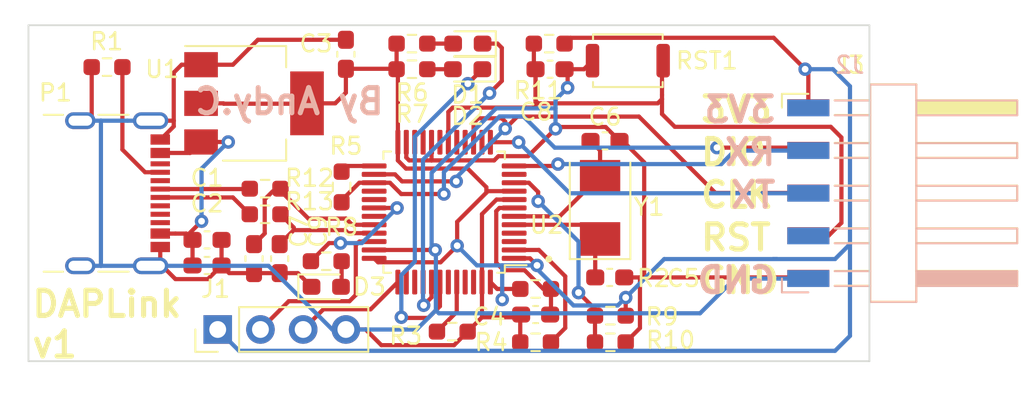
<source format=kicad_pcb>
(kicad_pcb (version 20221018) (generator pcbnew)
  (layers (0 "F.Cu" signal) (31 "B.Cu" signal) (34 "B.Paste" user) (35 "F.Paste" user) (36 "B.SilkS" user "B.Silkscreen") (37 "F.SilkS" user "F.Silkscreen") (38 "B.Mask" user) (39 "F.Mask" user) (44 "Edge.Cuts" user))
  (net 0 "")
  (net 1 "+5V")
  (net 2 "GND")
  (net 3 "+3.3V")
  (net 4 "/IF_RST")
  (net 5 "/OSCIN")
  (net 6 "/OSCOUT")
  (net 7 "/PA11")
  (net 8 "/TGT_RST")
  (net 9 "/PA12")
  (net 10 "/PB5")
  (net 11 "Net-(D1-A)")
  (net 12 "/PB6")
  (net 13 "Net-(D2-A)")
  (net 14 "Net-(D3-A)")
  (net 15 "/IF_SWDIO")
  (net 16 "/IF_SWCLK")
  (net 17 "/TGT_RX")
  (net 18 "/TGT_TX")
  (net 20 "/TGT_SWDIO")
  (net 21 "/TGT_SWCLK")
  (net 22 "Net-(P1-CC)")
  (net 23 "/D+")
  (net 24 "/D-")
  (net 26 "Net-(U2-BOOT0)")
  (net 27 "Net-(U2-PC13)")
  (net 28 "Net-(U2-PB12)")
  (net 29 "/PA9")
  (net 30 "/PA0")
  (net 42 "/TGT_SW0")
  (footprint "Resistor_SMD:R_0603_1608Metric_Pad0.98x0.95mm_HandSolder" (layer "F.Cu") (at 114.0695 111.252 180)
    (fp_text reference "R13")
    (fp_text value "33")
  )
  (footprint "Capacitor_SMD:C_0603_1608Metric_Pad1.08x0.95mm_HandSolder" (layer "F.Cu") (at 131.0105 102.616)
    (fp_text reference "C8")
    (fp_text value "10nF")
  )
  (footprint "Connector_PinHeader_2.54mm:PinHeader_1x04_P2.54mm_Vertical" (layer "F.Cu") (at 111.252 118.11 90)
    (fp_text reference "J1")
    (fp_text value "Conn_01x04")
  )
  (footprint "Resistor_SMD:R_0603_1608Metric_Pad0.98x0.95mm_HandSolder" (layer "F.Cu") (at 118.618 109.6245 90)
    (fp_text reference "R5")
    (fp_text value "4K7")
  )
  (footprint "Connector_Harwin:Harwin_M20-89005xx_1x05_P2.54mm_Horizontal" (layer "F.Cu") (at 151.892 109.982)
    (fp_text reference "J3")
    (fp_text value "Conn_01x05")
  )
  (footprint "Capacitor_SMD:C_0603_1608Metric_Pad1.08x0.95mm_HandSolder" (layer "F.Cu") (at 110.617 112.776)
    (fp_text reference "C1")
    (fp_text value "10nF")
  )
  (footprint "Capacitor_SMD:C_0603_1608Metric_Pad1.08x0.95mm_HandSolder" (layer "F.Cu") (at 114.935 113.8925 -90)
    (fp_text reference "C9")
    (fp_text value "18pF")
  )
  (footprint "Package_QFP:LQFP-48_7x7mm_P0.5mm" (layer "F.Cu") (at 124.714 111.125 180)
    (fp_text reference "U2")
    (fp_text value "STM32F103CBTx")
  )
  (footprint "Resistor_SMD:R_0603_1608Metric_Pad0.98x0.95mm_HandSolder" (layer "F.Cu") (at 104.6715 102.489 180)
    (fp_text reference "R1")
    (fp_text value "10K")
  )
  (footprint "LED_SMD:LED_0603_1608Metric_Pad1.05x0.95mm_HandSolder" (layer "F.Cu") (at 117.7055 115.57)
    (fp_text reference "D3")
    (fp_text value "LEDR")
  )
  (footprint "Package_TO_SOT_SMD:SOT-223-3_TabPin2" (layer "F.Cu") (at 113.411 104.648)
    (fp_text reference "U1")
    (fp_text value "AMS1117-3.3")
  )
  (footprint "Resistor_SMD:R_0603_1608Metric_Pad0.98x0.95mm_HandSolder" (layer "F.Cu") (at 130.9605 101.092 180)
    (fp_text reference "R11")
    (fp_text value "10K")
  )
  (footprint "Capacitor_SMD:C_0603_1608Metric_Pad1.08x0.95mm_HandSolder" (layer "F.Cu") (at 130.1545 117.221 180)
    (fp_text reference "C4")
    (fp_text value "10nF")
  )
  (footprint "LED_SMD:LED_0603_1608Metric_Pad1.05x0.95mm_HandSolder" (layer "F.Cu") (at 126.111 102.616 180)
    (fp_text reference "D2")
    (fp_text value "LEDG")
  )
  (footprint "LED_SMD:LED_0603_1608Metric_Pad1.05x0.95mm_HandSolder" (layer "F.Cu") (at 126.125 101.092 180)
    (fp_text reference "D1")
    (fp_text value "LEDB")
  )
  (footprint "Resistor_SMD:R_0603_1608Metric_Pad0.98x0.95mm_HandSolder" (layer "F.Cu") (at 134.5965 117.288 180)
    (fp_text reference "R9")
    (fp_text value "4K7")
  )
  (footprint "Crystal:Crystal_SMD_5032-2Pin_5.0x3.2mm" (layer "F.Cu") (at 133.985 110.871 90)
    (fp_text reference "Y1")
    (fp_text value "8MHz")
  )
  (footprint "Resistor_SMD:R_0603_1608Metric_Pad0.98x0.95mm_HandSolder" (layer "F.Cu") (at 130.1515 118.872)
    (fp_text reference "R4")
    (fp_text value "10K")
  )
  (footprint "Resistor_SMD:R_0603_1608Metric_Pad0.98x0.95mm_HandSolder" (layer "F.Cu") (at 122.7995 102.616)
    (fp_text reference "R7")
    (fp_text value "1K5")
  )
  (footprint "Capacitor_SMD:C_0603_1608Metric_Pad1.08x0.95mm_HandSolder" (layer "F.Cu") (at 118.872 101.727 90)
    (fp_text reference "C3")
    (fp_text value "10uF")
  )
  (footprint "Resistor_SMD:R_0603_1608Metric_Pad0.98x0.95mm_HandSolder" (layer "F.Cu") (at 130.1545 115.697)
    (fp_text reference "R2")
    (fp_text value "10K")
  )
  (footprint "Button_Switch_SMD:SW_Push_SPST_NO_Alps_SKRK" (layer "F.Cu") (at 135.636 102.108 180)
    (fp_text reference "RST1")
    (fp_text value "RST")
  )
  (footprint "Capacitor_SMD:C_0603_1608Metric_Pad1.08x0.95mm_HandSolder" (layer "F.Cu") (at 134.279 106.882)
    (fp_text reference "C6")
    (fp_text value "8pF")
  )
  (footprint "Capacitor_SMD:C_0603_1608Metric_Pad1.08x0.95mm_HandSolder" (layer "F.Cu") (at 113.411 113.8925 -90)
    (fp_text reference "C7")
    (fp_text value "18pF")
  )
  (footprint "Resistor_SMD:R_0603_1608Metric_Pad0.98x0.95mm_HandSolder" (layer "F.Cu") (at 125.1985 118.237 180)
    (fp_text reference "R3")
    (fp_text value "10K")
  )
  (footprint "Capacitor_SMD:C_0603_1608Metric_Pad1.08x0.95mm_HandSolder" (layer "F.Cu") (at 110.617 114.3)
    (fp_text reference "C2")
    (fp_text value "10uF")
  )
  (footprint "Capacitor_SMD:C_0603_1608Metric_Pad1.08x0.95mm_HandSolder" (layer "F.Cu") (at 134.5595 115.01)
    (fp_text reference "C5")
    (fp_text value "8pF")
  )
  (footprint "Resistor_SMD:R_0603_1608Metric_Pad0.98x0.95mm_HandSolder" (layer "F.Cu") (at 122.7995 101.092)
    (fp_text reference "R6")
    (fp_text value "1K5")
  )
  (footprint "Resistor_SMD:R_0603_1608Metric_Pad0.98x0.95mm_HandSolder" (layer "F.Cu") (at 114.0695 109.728 180)
    (fp_text reference "R12")
    (fp_text value "33")
  )
  (footprint "Connector_USB:USB_C_Receptacle_GCT_USB4105-xx-A_16P_TopMnt_Horizontal" (layer "F.Cu") (at 104.155 110 -90)
    (fp_text reference "P1")
    (fp_text value "USB_C_Plug_USB2.0")
  )
  (footprint "Resistor_SMD:R_0603_1608Metric_Pad0.98x0.95mm_HandSolder" (layer "F.Cu") (at 134.5965 118.872)
    (fp_text reference "R10")
    (fp_text value "4K7")
  )
  (footprint "Resistor_SMD:R_0603_1608Metric_Pad0.98x0.95mm_HandSolder" (layer "F.Cu") (at 117.7055 114.046)
    (fp_text reference "R8")
    (fp_text value "470")
  )
  (footprint "Connector_Harwin:Harwin_M20-89005xx_1x05_P2.54mm_Horizontal" (layer "B.Cu") (at 151.892 110)
    (fp_text reference "J2")
    (fp_text value "Conn_01x05")
  )
  (gr_circle (center 130.937 113.919) (end 131.064 113.919) (stroke (width 0.15)) (fill solid) (layer "F.SilkS"))
  (gr_line (start 100 120) (end 150 120) (stroke (width 0.1)) (layer "Edge.Cuts"))
  (gr_line (start 150 120) (end 150 100) (stroke (width 0.1)) (layer "Edge.Cuts"))
  (gr_line (start 100 100) (end 100 120) (stroke (width 0.1)) (layer "Edge.Cuts"))
  (gr_line (start 150 100) (end 100 100) (stroke (width 0.1)) (layer "Edge.Cuts"))
  (gr_text "GND" (at 144.569856 116.06) (layer "B.SilkS") (effects (font (size 1.5 1.5) (thickness 0.3) bold) (justify left bottom mirror)))
  (gr_text "TX" (at 144.569856 110.98) (layer "B.SilkS") (effects (font (size 1.5 1.5) (thickness 0.3) bold) (justify left bottom mirror)))
  (gr_text "3V3" (at 144.569856 105.9) (layer "B.SilkS") (effects (font (size 1.5 1.5) (thickness 0.3) bold) (justify left bottom mirror)))
  (gr_text "RX" (at 144.569856 108.44) (layer "B.SilkS") (effects (font (size 1.5 1.5) (thickness 0.3) bold) (justify left bottom mirror)))
  (gr_text "By Andy.C" (at 121.285 105.41) (layer "B.SilkS") (effects (font (size 1.5 1.5) (thickness 0.3) bold) (justify left bottom mirror)))
  (gr_text "CLK" (at 139.827 110.98) (layer "F.SilkS") (effects (font (size 1.5 1.5) (thickness 0.3) bold) (justify left bottom)))
  (gr_text "DAPLink\nv1" (at 100.076 119.888) (layer "F.SilkS") (effects (font (size 1.5 1.5) (thickness 0.3) bold) (justify left bottom)))
  (gr_text "DIO" (at 139.827 108.44) (layer "F.SilkS") (effects (font (size 1.5 1.5) (thickness 0.3) bold) (justify left bottom)))
  (gr_text "RST" (at 139.827 113.52) (layer "F.SilkS") (effects (font (size 1.5 1.5) (thickness 0.3) bold) (justify left bottom)))
  (gr_text "GND" (at 139.827 116.06) (layer "F.SilkS") (effects (font (size 1.5 1.5) (thickness 0.3) bold) (justify left bottom)))
  (gr_text "3V3" (at 139.827 105.9) (layer "F.SilkS") (effects (font (size 1.5 1.5) (thickness 0.3) bold) (justify left bottom)))
  (segment (start 107.835 107.6) (end 109.609 107.6) (width 0.25) (layer "F.Cu") (net 1))
  (segment (start 107.835 112.4) (end 108.7369 112.4) (width 0.25) (layer "F.Cu") (net 1))
  (segment (start 109.4666 112.488) (end 110.2902 111.6644) (width 0.25) (layer "F.Cu") (net 1))
  (segment (start 109.4666 112.488) (end 109.7545 112.776) (width 0.25) (layer "F.Cu") (net 1))
  (segment (start 108.7369 112.4) (end 109.3785 112.4) (width 0.25) (layer "F.Cu") (net 1))
  (segment (start 109.609 107.6) (end 110.261 106.948) (width 0.25) (layer "F.Cu") (net 1))
  (segment (start 109.3785 112.4) (end 109.4666 112.488) (width 0.25) (layer "F.Cu") (net 1))
  (segment (start 109.7545 114.3) (end 109.7545 112.776) (width 0.25) (layer "F.Cu") (net 1))
  (segment (start 110.261 106.948) (end 111.8775 106.948) (width 0.25) (layer "F.Cu") (net 1))
  (via (at 110.2902 111.6644) (size 0.8) (drill 0.4) (layers "F.Cu" "B.Cu") (net 1))
  (via (at 111.8775 106.948) (size 0.8) (drill 0.4) (layers "F.Cu" "B.Cu") (net 1))
  (segment (start 111.8775 106.948) (end 110.2902 108.5353) (width 0.25) (layer "B.Cu") (net 1))
  (segment (start 110.2902 108.5353) (end 110.2902 111.6644) (width 0.25) (layer "B.Cu") (net 1))
  (segment (start 123.964 108.045) (end 123.964 106.9625) (width 0.25) (layer "F.Cu") (net 2))
  (segment (start 126.964 117.384) (end 126.964 115.2875) (width 0.25) (layer "F.Cu") (net 2))
  (segment (start 123.964 108.045) (end 122.6351 108.045) (width 0.25) (layer "F.Cu") (net 2))
  (segment (start 131.3359 106.1637) (end 131.4444 106.0552) (width 0.25) (layer "F.Cu") (net 2))
  (segment (start 103.08 105.68) (end 103.6498 105.68) (width 0.25) (layer "F.Cu") (net 2))
  (segment (start 108.6369 105.68) (end 108.6369 106.0225) (width 0.25) (layer "F.Cu") (net 2))
  (segment (start 127.6877 108.045) (end 123.964 108.045) (width 0.25) (layer "F.Cu") (net 2))
  (segment (start 136.3566 115.01) (end 135.422 115.01) (width 0.25) (layer "F.Cu") (net 2))
  (segment (start 103.759 105.5708) (end 103.759 102.489) (width 0.25) (layer "F.Cu") (net 2))
  (segment (start 129.239 117.384) (end 129.239 117.274) (width 0.25) (layer "F.Cu") (net 2))
  (segment (start 125.3045 119.0435) (end 126.111 118.237) (width 0.25) (layer "F.Cu") (net 2))
  (segment (start 136.6089 108.1609) (end 135.33 106.882) (width 0.25) (layer "F.Cu") (net 2))
  (segment (start 110.6681 115.1114) (end 111.4795 114.3) (width 0.25) (layer "F.Cu") (net 2))
  (segment (start 136.6089 115.01) (end 146.315 115.01) (width 0.25) (layer "F.Cu") (net 2))
  (segment (start 103.6498 105.68) (end 103.759 105.5708) (width 0.25) (layer "F.Cu") (net 2))
  (segment (start 108.6369 106.0225) (end 107.8594 106.8) (width 0.25) (layer "F.Cu") (net 2))
  (segment (start 146.315 115.01) (end 146.367 115.062) (width 0.25) (layer "F.Cu") (net 2))
  (segment (start 122.6351 108.045) (end 122.464 107.8739) (width 0.25) (layer "F.Cu") (net 2))
  (segment (start 129.706 107.7936) (end 127.9391 107.7936) (width 0.25) (layer "F.Cu") (net 2))
  (segment (start 136.3566 118.0244) (end 135.509 118.872) (width 0.25) (layer "F.Cu") (net 2))
  (segment (start 127.8301 110.375) (end 128.8765 110.375) (width 0.25) (layer "F.Cu") (net 2))
  (segment (start 111.9345 114.755) (end 113.411 114.755) (width 0.25) (layer "F.Cu") (net 2))
  (segment (start 107.8594 106.8) (end 107.835 106.8) (width 0.25) (layer "F.Cu") (net 2))
  (segment (start 118.872 118.11) (end 120.0489 118.11) (width 0.25) (layer "F.Cu") (net 2))
  (segment (start 113.6385 100.8645) (end 112.155 102.348) (width 0.25) (layer "F.Cu") (net 2))
  (segment (start 126.964 111.2411) (end 127.8301 110.375) (width 0.25) (layer "F.Cu") (net 2))
  (segment (start 134.3147 106.0552) (end 135.1415 106.882) (width 0.25) (layer "F.Cu") (net 2))
  (segment (start 132.0564 102.616) (end 132.0564 103.7155) (width 0.25) (layer "F.Cu") (net 2))
  (segment (start 107.26 114.32) (end 107.6918 114.32) (width 0.25) (layer "F.Cu") (net 2))
  (segment (start 107.835 114.1768) (end 107.835 113.2) (width 0.25) (layer "F.Cu") (net 2))
  (segment (start 129.239 117.274) (end 129.292 117.221) (width 0.25) (layer "F.Cu") (net 2))
  (segment (start 107.6918 114.32) (end 107.9485 114.32) (width 0.25) (layer "F.Cu") (net 2))
  (segment (start 120.0489 118.11) (end 120.9824 119.0435) (width 0.25) (layer "F.Cu") (net 2))
  (segment (start 110.261 102.348) (end 109.107 102.348) (width 0.25) (layer "F.Cu") (net 2))
  (segment (start 111.4795 114.3) (end 111.4795 112.776) (width 0.25) (layer "F.Cu") (net 2))
  (segment (start 136.6089 115.01) (end 136.6089 108.1609) (width 0.25) (layer "F.Cu") (net 2))
  (segment (start 107.26 105.68) (end 108.6369 105.68) (width 0.25) (layer "F.Cu") (net 2))
  (segment (start 131.4444 106.0552) (end 134.3147 106.0552) (width 0.25) (layer "F.Cu") (net 2))
  (segment (start 116.0155 114.755) (end 114.935 114.755) (width 0.25) (layer "F.Cu") (net 2))
  (segment (start 136.3566 115.01) (end 136.3566 118.0244) (width 0.25) (layer "F.Cu") (net 2))
  (segment (start 108.6369 102.8181) (end 108.6369 105.68) (width 0.25) (layer "F.Cu") (net 2))
  (segment (start 120.9824 119.0435) (end 125.3045 119.0435) (width 0.25) (layer "F.Cu") (net 2))
  (segment (start 109.107 102.348) (end 108.6369 102.8181) (width 0.25) (layer "F.Cu") (net 2))
  (segment (start 107.9485 114.32) (end 108.7399 115.1114) (width 0.25) (layer "F.Cu") (net 2))
  (segment (start 120.5515 113.375) (end 124.1836 113.375) (width 0.25) (layer "F.Cu") (net 2))
  (segment (start 111.4795 114.3) (end 111.9345 114.755) (width 0.25) (layer "F.Cu") (net 2))
  (segment (start 118.872 100.8645) (end 113.6385 100.8645) (width 0.25) (layer "F.Cu") (net 2))
  (segment (start 131.3359 106.1637) (end 129.706 107.7936) (width 0.25) (layer "F.Cu") (net 2))
  (segment (start 132.0564 102.616) (end 131.873 102.616) (width 0.25) (layer "F.Cu") (net 2))
  (segment (start 126.964 117.384) (end 129.239 117.384) (width 0.25) (layer "F.Cu") (net 2))
  (segment (start 108.7399 115.1114) (end 110.6681 115.1114) (width 0.25) (layer "F.Cu") (net 2))
  (segment (start 116.8305 115.57) (end 116.0155 114.755) (width 0.25) (layer "F.Cu") (net 2))
  (segment (start 135.33 106.882) (end 135.1415 106.882) (width 0.25) (layer "F.Cu") (net 2))
  (segment (start 126.111 118.237) (end 126.964 117.384) (width 0.25) (layer "F.Cu") (net 2))
  (segment (start 113.411 114.755) (end 114.935 114.755) (width 0.25) (layer "F.Cu") (net 2))
  (segment (start 129.239 118.872) (end 129.239 117.384) (width 0.25) (layer "F.Cu") (net 2))
  (segment (start 136.6089 115.01) (end 136.3566 115.01) (width 0.25) (layer "F.Cu") (net 2))
  (segment (start 126.964 115.2875) (end 126.964 111.2411) (width 0.25) (layer "F.Cu") (net 2))
  (segment (start 122.464 107.8739) (end 122.464 106.9625) (width 0.25) (layer "F.Cu") (net 2))
  (segment (start 112.155 102.348) (end 110.261 102.348) (width 0.25) (layer "F.Cu") (net 2))
  (segment (start 107.6918 114.32) (end 107.835 114.1768) (width 0.25) (layer "F.Cu") (net 2))
  (segment (start 133.536 102.108) (end 133.028 102.616) (width 0.25) (layer "F.Cu") (net 2))
  (segment (start 133.028 102.616) (end 132.0564 102.616) (width 0.25) (layer "F.Cu") (net 2))
  (segment (start 127.9391 107.7936) (end 127.6877 108.045) (width 0.25) (layer "F.Cu") (net 2))
  (via (at 124.1836 113.375) (size 0.8) (drill 0.4) (layers "F.Cu" "B.Cu") (net 2))
  (via (at 131.3359 106.1637) (size 0.8) (drill 0.4) (layers "F.Cu" "B.Cu") (net 2))
  (via (at 132.0564 103.7155) (size 0.8) (drill 0.4) (layers "F.Cu" "B.Cu") (net 2))
  (segment (start 124.4017 117.1458) (end 124.2227 116.9668) (width 0.25) (layer "B.Cu") (net 2))
  (segment (start 107.26 114.32) (end 104.3069 114.32) (width 0.25) (layer "B.Cu") (net 2))
  (segment (start 118.872 118.11) (end 118.0609 118.11) (width 0.25) (layer "B.Cu") (net 2))
  (segment (start 146.367 115.08) (end 141.9961 115.08) (width 0.25) (layer "B.Cu") (net 2))
  (segment (start 104.3069 105.68) (end 105.8831 105.68) (width 0.25) (layer "B.Cu") (net 2))
  (segment (start 107.26 105.68) (end 105.8831 105.68) (width 0.25) (layer "B.Cu") (net 2))
  (segment (start 118.0609 118.11) (end 114.2709 114.32) (width 0.25) (layer "B.Cu") (net 2))
  (segment (start 124.2227 113.4141) (end 124.1836 113.375) (width 0.25) (layer "B.Cu") (net 2))
  (segment (start 104.3069 114.32) (end 103.08 114.32) (width 0.25) (layer "B.Cu") (net 2))
  (segment (start 131.3359 104.9448) (end 127.8064 104.9448) (width 0.25) (layer "B.Cu") (net 2))
  (segment (start 120.0489 118.11) (end 123.0795 118.11) (width 0.25) (layer "B.Cu") (net 2))
  (segment (start 123.9702 108.781) (end 123.9702 113.1616) (width 0.25) (layer "B.Cu") (net 2))
  (segment (start 118.872 118.11) (end 120.0489 118.11) (width 0.25) (layer "B.Cu") (net 2))
  (segment (start 127.8064 104.9448) (end 123.9702 108.781) (width 0.25) (layer "B.Cu") (net 2))
  (segment (start 103.08 105.68) (end 104.3069 105.68) (width 0.25) (layer "B.Cu") (net 2))
  (segment (start 132.0564 103.7155) (end 131.3359 104.436) (width 0.25) (layer "B.Cu") (net 2))
  (segment (start 104.3069 114.32) (end 104.3069 105.68) (width 0.25) (layer "B.Cu") (net 2))
  (segment (start 114.2709 114.32) (end 107.26 114.32) (width 0.25) (layer "B.Cu") (net 2))
  (segment (start 141.9961 115.08) (end 139.9303 117.1458) (width 0.25) (layer "B.Cu") (net 2))
  (segment (start 123.9702 113.1616) (end 124.1836 113.375) (width 0.25) (layer "B.Cu") (net 2))
  (segment (start 139.9303 117.1458) (end 124.4017 117.1458) (width 0.25) (layer "B.Cu") (net 2))
  (segment (start 131.3359 104.9448) (end 131.3359 106.1637) (width 0.25) (layer "B.Cu") (net 2))
  (segment (start 131.3359 104.436) (end 131.3359 104.9448) (width 0.25) (layer "B.Cu") (net 2))
  (segment (start 123.0795 118.11) (end 124.2227 116.9668) (width 0.25) (layer "B.Cu") (net 2))
  (segment (start 124.2227 116.9668) (end 124.2227 113.4141) (width 0.25) (layer "B.Cu") (net 2))
  (segment (start 124.5028 114.1088) (end 125.4886 113.123) (width 0.25) (layer "F.Cu") (net 3))
  (segment (start 127.3132 109.875) (end 127.2243 109.9639) (width 0.25) (layer "F.Cu") (net 3))
  (segment (start 128.1659 115.697) (end 129.242 115.697) (width 0.25) (layer "F.Cu") (net 3))
  (segment (start 146.367 102.806) (end 146.177 102.616) (width 0.25) (layer "F.Cu") (net 3))
  (segment (start 127.464 115.2875) (end 127.8735 115.697) (width 0.25) (layer "F.Cu") (net 3))
  (segment (start 128.1659 115.697) (end 128.1659 116.3288) (width 0.25) (layer "F.Cu") (net 3))
  (segment (start 146.367 104.902) (end 146.367 102.806) (width 0.25) (layer "F.Cu") (net 3))
  (segment (start 118.872 102.5895) (end 118.872 104.013) (width 0.25) (layer "F.Cu") (net 3))
  (segment (start 121.887 102.616) (end 121.964 102.693) (width 0.25) (layer "F.Cu") (net 3))
  (segment (start 146.177 102.616) (end 144.3066 100.7456) (width 0.25) (layer "F.Cu") (net 3))
  (segment (start 132.2194 100.7456) (end 131.873 101.092) (width 0.25) (layer "F.Cu") (net 3))
  (segment (start 118.872 104.013) (end 118.237 104.648) (width 0.25) (layer "F.Cu") (net 3))
  (segment (start 135.509 116.2087) (end 135.509 117.288) (width 0.25) (layer "F.Cu") (net 3))
  (segment (start 121.887 102.5895) (end 121.887 102.616) (width 0.25) (layer "F.Cu") (net 3))
  (segment (start 120.5515 113.875) (end 120.7853 114.1088) (width 0.25) (layer "F.Cu") (net 3))
  (segment (start 122.4469 108.531) (end 126.1147 108.531) (width 0.25) (layer "F.Cu") (net 3))
  (segment (start 121.887 101.092) (end 121.887 102.5895) (width 0.25) (layer "F.Cu") (net 3))
  (segment (start 127.2243 109.6406) (end 127.2243 109.9639) (width 0.25) (layer "F.Cu") (net 3))
  (segment (start 120.7853 114.1088) (end 124.5028 114.1088) (width 0.25) (layer "F.Cu") (net 3))
  (segment (start 121.887 102.5895) (end 118.872 102.5895) (width 0.25) (layer "F.Cu") (net 3))
  (segment (start 128.8765 109.875) (end 127.3132 109.875) (width 0.25) (layer "F.Cu") (net 3))
  (segment (start 144.3066 100.7456) (end 132.2194 100.7456) (width 0.25) (layer "F.Cu") (net 3))
  (segment (start 121.964 106.9625) (end 121.964 108.0481) (width 0.25) (layer "F.Cu") (net 3))
  (segment (start 130.2353 114.2936) (end 129.8167 113.875) (width 0.25) (layer "F.Cu") (net 3))
  (segment (start 127.8735 115.697) (end 128.1659 115.697) (width 0.25) (layer "F.Cu") (net 3))
  (segment (start 118.237 104.648) (end 116.561 104.648) (width 0.25) (layer "F.Cu") (net 3))
  (segment (start 110.261 104.648) (end 111.5879 104.648) (width 0.25) (layer "F.Cu") (net 3))
  (segment (start 125.4886 111.6996) (end 127.2243 109.9639) (width 0.25) (layer "F.Cu") (net 3))
  (segment (start 121.964 108.0481) (end 122.4469 108.531) (width 0.25) (layer "F.Cu") (net 3))
  (segment (start 111.6091 104.6692) (end 111.5879 104.648) (width 0.25) (layer "F.Cu") (net 3))
  (segment (start 116.561 104.6692) (end 111.6091 104.6692) (width 0.25) (layer "F.Cu") (net 3))
  (segment (start 121.964 102.693) (end 121.964 106.9625) (width 0.25) (layer "F.Cu") (net 3))
  (segment (start 116.561 104.648) (end 116.561 104.6692) (width 0.25) (layer "F.Cu") (net 3))
  (segment (start 146.367 104.902) (end 146.349 104.92) (width 0.25) (layer "F.Cu") (net 3))
  (segment (start 125.4886 113.123) (end 125.4886 111.6996) (width 0.25) (layer "F.Cu") (net 3))
  (segment (start 126.1147 108.531) (end 127.2243 109.6406) (width 0.25) (layer "F.Cu") (net 3))
  (segment (start 129.8167 113.875) (end 128.8765 113.875) (width 0.25) (layer "F.Cu") (net 3))
  (via (at 125.4886 113.123) (size 0.8) (drill 0.4) (layers "F.Cu" "B.Cu") (net 3))
  (via (at 146.177 102.616) (size 0.8) (drill 0.4) (layers "F.Cu" "B.Cu") (net 3))
  (via (at 128.1659 116.3288) (size 0.8) (drill 0.4) (layers "F.Cu" "B.Cu") (net 3))
  (via (at 130.2353 114.2936) (size 0.8) (drill 0.4) (layers "F.Cu" "B.Cu") (net 3))
  (via (at 135.509 116.2087) (size 0.8) (drill 0.4) (layers "F.Cu" "B.Cu") (net 3))
  (segment (start 147.955 119.38) (end 148.844 118.491) (width 0.25) (layer "B.Cu") (net 3))
  (segment (start 144.272 113.919) (end 147.955 113.919) (width 0.25) (layer "B.Cu") (net 3))
  (segment (start 147.828 102.616) (end 148.844 103.632) (width 0.25) (layer "B.Cu") (net 3))
  (segment (start 135.0379 116.6798) (end 132.4058 116.6798) (width 0.25) (layer "B.Cu") (net 3))
  (segment (start 147.955 113.919) (end 148.844 113.03) (width 0.25) (layer "B.Cu") (net 3))
  (segment (start 111.252 118.11) (end 112.522 119.38) (width 0.25) (layer "B.Cu") (net 3))
  (segment (start 148.844 103.632) (end 148.844 113.03) (width 0.25) (layer "B.Cu") (net 3))
  (segment (start 148.844 118.491) (end 148.844 113.03) (width 0.25) (layer "B.Cu") (net 3))
  (segment (start 112.522 119.38) (end 147.955 119.38) (width 0.25) (layer "B.Cu") (net 3))
  (segment (start 132.4058 116.6798) (end 130.2353 114.5093) (width 0.25) (layer "B.Cu") (net 3))
  (segment (start 130.2353 114.2936) (end 128.1659 114.2936) (width 0.25) (layer "B.Cu") (net 3))
  (segment (start 137.7987 113.919) (end 135.509 116.2087) (width 0.25) (layer "B.Cu") (net 3))
  (segment (start 128.1659 114.2936) (end 126.6592 114.2936) (width 0.25) (layer "B.Cu") (net 3))
  (segment (start 144.5044 113.919) (end 137.7987 113.919) (width 0.25) (layer "B.Cu") (net 3))
  (segment (start 128.1659 114.2936) (end 128.1659 116.3288) (width 0.25) (layer "B.Cu") (net 3))
  (segment (start 130.2353 114.5093) (end 130.2353 114.2936) (width 0.25) (layer "B.Cu") (net 3))
  (segment (start 135.509 116.2087) (end 135.0379 116.6798) (width 0.25) (layer "B.Cu") (net 3))
  (segment (start 146.177 102.616) (end 147.828 102.616) (width 0.25) (layer "B.Cu") (net 3))
  (segment (start 126.6592 114.2936) (end 125.4886 113.123) (width 0.25) (layer "B.Cu") (net 3))
  (segment (start 131.017 117.221) (end 131.067 117.171) (width 0.25) (layer "F.Cu") (net 4))
  (segment (start 131.067 117.171) (end 131.067 115.697) (width 0.25) (layer "F.Cu") (net 4))
  (segment (start 127.8118 114.1423) (end 128.2523 114.5828) (width 0.25) (layer "F.Cu") (net 4))
  (segment (start 128.0018 110.875) (end 127.8118 111.065) (width 0.25) (layer "F.Cu") (net 4))
  (segment (start 128.8765 110.875) (end 128.0018 110.875) (width 0.25) (layer "F.Cu") (net 4))
  (segment (start 127.8118 111.065) (end 127.8118 114.1423) (width 0.25) (layer "F.Cu") (net 4))
  (segment (start 128.2523 114.5828) (end 129.4966 114.5828) (width 0.25) (layer "F.Cu") (net 4))
  (segment (start 129.4966 114.5828) (end 130.6108 115.697) (width 0.25) (layer "F.Cu") (net 4))
  (segment (start 130.6108 115.697) (end 131.067 115.697) (width 0.25) (layer "F.Cu") (net 4))
  (segment (start 133.985 112.721) (end 133.697 113.009) (width 0.25) (layer "F.Cu") (net 5))
  (segment (start 133.139 111.875) (end 128.8765 111.875) (width 0.25) (layer "F.Cu") (net 5))
  (segment (start 133.697 113.009) (end 133.697 115.01) (width 0.25) (layer "F.Cu") (net 5))
  (segment (start 133.985 112.721) (end 133.139 111.875) (width 0.25) (layer "F.Cu") (net 5))
  (segment (start 131.576 111.375) (end 128.8765 111.375) (width 0.25) (layer "F.Cu") (net 6))
  (segment (start 133.4165 106.882) (end 133.985 107.4505) (width 0.25) (layer "F.Cu") (net 6))
  (segment (start 133.985 109.021) (end 133.93 109.021) (width 0.25) (layer "F.Cu") (net 6))
  (segment (start 133.985 107.4505) (end 133.985 109.021) (width 0.25) (layer "F.Cu") (net 6))
  (segment (start 133.93 109.021) (end 131.576 111.375) (width 0.25) (layer "F.Cu") (net 6))
  (segment (start 116.6406 111.506) (end 115.0324 109.8978) (width 0.25) (layer "F.Cu") (net 7))
  (segment (start 118.872 111.506) (end 116.6406 111.506) (width 0.25) (layer "F.Cu") (net 7))
  (segment (start 114.046 110.363) (end 114.5112 109.8978) (width 0.25) (layer "F.Cu") (net 7))
  (segment (start 114.5112 109.8978) (end 115.0324 109.8978) (width 0.25) (layer "F.Cu") (net 7))
  (segment (start 114.046 112.395) (end 114.046 110.363) (width 0.25) (layer "F.Cu") (net 7))
  (segment (start 119.241 111.875) (end 118.872 111.506) (width 0.25) (layer "F.Cu") (net 7))
  (segment (start 114.982 109.8475) (end 115.0324 109.8978) (width 0.25) (layer "F.Cu") (net 7))
  (segment (start 113.411 113.03) (end 114.046 112.395) (width 0.25) (layer "F.Cu") (net 7))
  (segment (start 114.982 109.728) (end 114.982 109.8475) (width 0.25) (layer "F.Cu") (net 7))
  (segment (start 120.5515 111.875) (end 119.241 111.875) (width 0.25) (layer "F.Cu") (net 7))
  (segment (start 130.148 102.616) (end 130.048 102.516) (width 0.25) (layer "F.Cu") (net 8))
  (segment (start 148.336 111.76) (end 147.574 112.522) (width 0.25) (layer "F.Cu") (net 8))
  (segment (start 137.668 104.1423) (end 137.668 104.394) (width 0.25) (layer "F.Cu") (net 8))
  (segment (start 137.736 102.108) (end 137.668 102.176) (width 0.25) (layer "F.Cu") (net 8))
  (segment (start 138.43 106.045) (end 147.701 106.045) (width 0.25) (layer "F.Cu") (net 8))
  (segment (start 137.668 104.394) (end 137.668 105.283) (width 0.25) (layer "F.Cu") (net 8))
  (segment (start 137.668 104.394) (end 137.414 104.648) (width 0.25) (layer "F.Cu") (net 8))
  (segment (start 130.148 104.494) (end 130.148 102.8777) (width 0.25) (layer "F.Cu") (net 8))
  (segment (start 124.964 105.16) (end 124.964 106.9625) (width 0.25) (layer "F.Cu") (net 8))
  (segment (start 137.414 104.648) (end 130.302 104.648) (width 0.25) (layer "F.Cu") (net 8))
  (segment (start 130.148 102.8777) (end 130.148 104.802) (width 0.25) (layer "F.Cu") (net 8))
  (segment (start 148.336 106.68) (end 148.336 111.76) (width 0.25) (layer "F.Cu") (net 8))
  (segment (start 125.222 104.902) (end 124.964 105.16) (width 0.25) (layer "F.Cu") (net 8))
  (segment (start 130.048 102.516) (end 130.048 101.092) (width 0.25) (layer "F.Cu") (net 8))
  (segment (start 130.302 104.648) (end 130.148 104.494) (width 0.25) (layer "F.Cu") (net 8))
  (segment (start 137.668 105.283) (end 138.43 106.045) (width 0.25) (layer "F.Cu") (net 8))
  (segment (start 130.048 104.902) (end 125.222 104.902) (width 0.25) (layer "F.Cu") (net 8))
  (segment (start 147.574 112.522) (end 146.367 112.522) (width 0.25) (layer "F.Cu") (net 8))
  (segment (start 147.701 106.045) (end 148.336 106.68) (width 0.25) (layer "F.Cu") (net 8))
  (segment (start 130.148 102.8777) (end 130.148 102.616) (width 0.25) (layer "F.Cu") (net 8))
  (segment (start 130.148 104.802) (end 130.048 104.902) (width 0.25) (layer "F.Cu") (net 8))
  (segment (start 137.668 102.176) (end 137.668 104.1423) (width 0.25) (layer "F.Cu") (net 8))
  (segment (start 114.935 113.03) (end 115.7681 112.1969) (width 0.25) (layer "F.Cu") (net 9))
  (segment (start 118.8256 112.1969) (end 119.0037 112.375) (width 0.25) (layer "F.Cu") (net 9))
  (segment (start 119.0037 112.375) (end 120.5515 112.375) (width 0.25) (layer "F.Cu") (net 9))
  (segment (start 114.982 111.252) (end 115.7681 112.0381) (width 0.25) (layer "F.Cu") (net 9))
  (segment (start 115.7681 112.0381) (end 115.7681 112.1969) (width 0.25) (layer "F.Cu") (net 9))
  (segment (start 115.7681 112.1969) (end 118.8256 112.1969) (width 0.25) (layer "F.Cu") (net 9))
  (segment (start 123.4958 116.6657) (end 123.964 116.1975) (width 0.25) (layer "F.Cu") (net 10))
  (segment (start 128.143 101.346) (end 128.143 103.3143) (width 0.25) (layer "F.Cu") (net 10))
  (segment (start 123.964 116.1975) (end 123.964 115.2875) (width 0.25) (layer "F.Cu") (net 10))
  (segment (start 127 101.092) (end 127.889 101.092) (width 0.25) (layer "F.Cu") (net 10))
  (segment (start 127.889 101.092) (end 128.143 101.346) (width 0.25) (layer "F.Cu") (net 10))
  (segment (start 128.143 103.3143) (end 127.4142 104.0431) (width 0.25) (layer "F.Cu") (net 10))
  (via (at 127.4142 104.0431) (size 0.8) (drill 0.4) (layers "F.Cu" "B.Cu") (net 10))
  (via (at 123.4958 116.6657) (size 0.8) (drill 0.4) (layers "F.Cu" "B.Cu") (net 10))
  (segment (start 123.4566 116.6265) (end 123.4958 116.6657) (width 0.25) (layer "B.Cu") (net 10))
  (segment (start 127.4142 104.0431) (end 123.4566 108.0007) (width 0.25) (layer "B.Cu") (net 10))
  (segment (start 123.4566 108.0007) (end 123.4566 116.6265) (width 0.25) (layer "B.Cu") (net 10))
  (segment (start 125.25 101.092) (end 123.712 101.092) (width 0.25) (layer "F.Cu") (net 11))
  (segment (start 124.464 116.7255) (end 124.464 115.2875) (width 0.25) (layer "F.Cu") (net 12))
  (segment (start 122.1688 117.3812) (end 122.2093 117.4217) (width 0.25) (layer "F.Cu") (net 12))
  (segment (start 126.986 102.616) (end 126.123 103.479) (width 0.25) (layer "F.Cu") (net 12))
  (segment (start 122.2093 117.4217) (end 123.7678 117.4217) (width 0.25) (layer "F.Cu") (net 12))
  (segment (start 123.7678 117.4217) (end 124.464 116.7255) (width 0.25) (layer "F.Cu") (net 12))
  (via (at 122.1688 117.3812) (size 0.8) (drill 0.4) (layers "F.Cu" "B.Cu") (net 12))
  (via (at 126.123 103.479) (size 0.8) (drill 0.4) (layers "F.Cu" "B.Cu") (net 12))
  (segment (start 122.1688 114.8682) (end 122.9708 114.0662) (width 0.25) (layer "B.Cu") (net 12))
  (segment (start 122.9708 114.0662) (end 122.9708 106.6312) (width 0.25) (layer "B.Cu") (net 12))
  (segment (start 122.9708 106.6312) (end 126.123 103.479) (width 0.25) (layer "B.Cu") (net 12))
  (segment (start 122.1688 117.3812) (end 122.1688 114.8682) (width 0.25) (layer "B.Cu") (net 12))
  (segment (start 125.236 102.616) (end 123.712 102.616) (width 0.25) (layer "F.Cu") (net 13))
  (segment (start 118.5805 115.57) (end 118.618 115.5325) (width 0.25) (layer "F.Cu") (net 14))
  (segment (start 118.618 115.5325) (end 118.618 114.046) (width 0.25) (layer "F.Cu") (net 14))
  (segment (start 119.461 116.0506) (end 119.0861 116.4255) (width 0.25) (layer "F.Cu") (net 15))
  (segment (start 120.5515 112.875) (end 119.6768 112.875) (width 0.25) (layer "F.Cu") (net 15))
  (segment (start 119.6768 112.875) (end 119.461 113.0908) (width 0.25) (layer "F.Cu") (net 15))
  (segment (start 119.0861 116.4255) (end 115.4765 116.4255) (width 0.25) (layer "F.Cu") (net 15))
  (segment (start 115.4765 116.4255) (end 113.792 118.11) (width 0.25) (layer "F.Cu") (net 15))
  (segment (start 119.461 113.0908) (end 119.461 116.0506) (width 0.25) (layer "F.Cu") (net 15))
  (segment (start 120.3456 116.9059) (end 117.5361 116.9059) (width 0.25) (layer "F.Cu") (net 16))
  (segment (start 117.5361 116.9059) (end 116.332 118.11) (width 0.25) (layer "F.Cu") (net 16))
  (segment (start 121.964 115.2875) (end 120.3456 116.9059) (width 0.25) (layer "F.Cu") (net 16))
  (segment (start 131.3726 108.375) (end 131.4836 108.264) (width 0.25) (layer "F.Cu") (net 17))
  (segment (start 128.8765 108.375) (end 131.3726 108.375) (width 0.25) (layer "F.Cu") (net 17))
  (via (at 131.4836 108.264) (size 0.8) (drill 0.4) (layers "F.Cu" "B.Cu") (net 17))
  (segment (start 141.1921 108.264) (end 131.4836 108.264) (width 0.25) (layer "B.Cu") (net 17))
  (segment (start 141.9961 107.46) (end 141.1921 108.264) (width 0.25) (layer "B.Cu") (net 17))
  (segment (start 146.367 107.46) (end 141.9961 107.46) (width 0.25) (layer "B.Cu") (net 17))
  (segment (start 127.464 106.9625) (end 129.1442 106.9625) (width 0.25) (layer "F.Cu") (net 18))
  (via (at 129.1442 106.9625) (size 0.8) (drill 0.4) (layers "F.Cu" "B.Cu") (net 18))
  (segment (start 146.367 110) (end 132.1817 110) (width 0.25) (layer "B.Cu") (net 18))
  (segment (start 132.1817 110) (end 129.1442 106.9625) (width 0.25) (layer "B.Cu") (net 18))
  (segment (start 146.367 107.442) (end 146.2106 107.2856) (width 0.25) (layer "F.Cu") (net 20))
  (segment (start 119.6694 109.375) (end 120.5515 109.375) (width 0.25) (layer "F.Cu") (net 20))
  (segment (start 146.2106 107.2856) (end 140.936 107.2856) (width 0.25) (layer "F.Cu") (net 20))
  (segment (start 118.618 110.537) (end 118.618 110.4264) (width 0.25) (layer "F.Cu") (net 20))
  (segment (start 118.618 110.4264) (end 119.6694 109.375) (width 0.25) (layer "F.Cu") (net 20))
  (segment (start 122.1632 110.0453) (end 124.7006 110.0453) (width 0.25) (layer "F.Cu") (net 20))
  (segment (start 120.5515 109.375) (end 121.4929 109.375) (width 0.25) (layer "F.Cu") (net 20))
  (segment (start 121.4929 109.375) (end 122.1632 110.0453) (width 0.25) (layer "F.Cu") (net 20))
  (via (at 124.7006 110.0453) (size 0.8) (drill 0.4) (layers "F.Cu" "B.Cu") (net 20))
  (via (at 140.936 107.2856) (size 0.8) (drill 0.4) (layers "F.Cu" "B.Cu") (net 20))
  (segment (start 124.7006 108.7403) (end 128.0146 105.4263) (width 0.25) (layer "B.Cu") (net 20))
  (segment (start 128.0146 105.4263) (end 129.4316 105.4263) (width 0.25) (layer "B.Cu") (net 20))
  (segment (start 129.4316 105.4263) (end 131.2909 107.2856) (width 0.25) (layer "B.Cu") (net 20))
  (segment (start 131.2909 107.2856) (end 140.936 107.2856) (width 0.25) (layer "B.Cu") (net 20))
  (segment (start 124.7006 110.0453) (end 124.7006 108.7403) (width 0.25) (layer "B.Cu") (net 20))
  (segment (start 122.2093 109.2922) (end 125.4316 109.2922) (width 0.25) (layer "F.Cu") (net 21))
  (segment (start 126.464 105.819) (end 126.464 106.9625) (width 0.25) (layer "F.Cu") (net 21))
  (segment (start 128.143 105.537) (end 126.746 105.537) (width 0.25) (layer "F.Cu") (net 21))
  (segment (start 120.5515 108.875) (end 121.7921 108.875) (width 0.25) (layer "F.Cu") (net 21))
  (segment (start 126.746 105.537) (end 126.464 105.819) (width 0.25) (layer "F.Cu") (net 21))
  (segment (start 128.3438 106.1517) (end 128.3438 105.7378) (width 0.25) (layer "F.Cu") (net 21))
  (segment (start 136.2978 105.4368) (end 129.0587 105.4368) (width 0.25) (layer "F.Cu") (net 21))
  (segment (start 146.367 109.982) (end 140.843 109.982) (width 0.25) (layer "F.Cu") (net 21))
  (segment (start 121.7921 108.875) (end 122.2093 109.2922) (width 0.25) (layer "F.Cu") (net 21))
  (segment (start 128.3438 106.1517) (end 128.3438 106.1533) (width 0.25) (layer "F.Cu") (net 21))
  (segment (start 140.843 109.982) (end 136.2978 105.4368) (width 0.25) (layer "F.Cu") (net 21))
  (segment (start 128.3438 105.7378) (end 128.143 105.537) (width 0.25) (layer "F.Cu") (net 21))
  (segment (start 129.0587 105.4368) (end 128.3438 106.1517) (width 0.25) (layer "F.Cu") (net 21))
  (via (at 128.3438 106.1533) (size 0.8) (drill 0.4) (layers "F.Cu" "B.Cu") (net 21))
  (via (at 125.4316 109.2922) (size 0.8) (drill 0.4) (layers "F.Cu" "B.Cu") (net 21))
  (segment (start 125.4316 109.2922) (end 125.4316 109.0655) (width 0.25) (layer "B.Cu") (net 21))
  (segment (start 125.4316 109.0655) (end 128.3438 106.1533) (width 0.25) (layer "B.Cu") (net 21))
  (segment (start 107.835 108.75) (end 106.9331 108.75) (width 0.25) (layer "F.Cu") (net 22))
  (segment (start 105.584 107.4009) (end 105.584 102.489) (width 0.25) (layer "F.Cu") (net 22))
  (segment (start 106.9331 108.75) (end 105.584 107.4009) (width 0.25) (layer "F.Cu") (net 22))
  (segment (start 113.135 109.75) (end 113.157 109.728) (width 0.25) (layer "F.Cu") (net 23))
  (segment (start 107.835 109.75) (end 113.135 109.75) (width 0.25) (layer "F.Cu") (net 23))
  (segment (start 107.835 110.25) (end 112.155 110.25) (width 0.25) (layer "F.Cu") (net 24))
  (segment (start 112.155 110.25) (end 113.157 111.252) (width 0.25) (layer "F.Cu") (net 24))
  (segment (start 125.464 115.2875) (end 125.464 117.059) (width 0.25) (layer "F.Cu") (net 26))
  (segment (start 125.464 117.059) (end 124.286 118.237) (width 0.25) (layer "F.Cu") (net 26))
  (segment (start 130.3447 113.375) (end 128.8765 113.375) (width 0.25) (layer "F.Cu") (net 27))
  (segment (start 131.064 118.872) (end 131.9137 118.0223) (width 0.25) (layer "F.Cu") (net 27))
  (segment (start 131.9137 118.0223) (end 131.9137 114.944) (width 0.25) (layer "F.Cu") (net 27))
  (segment (start 131.9137 114.944) (end 130.3447 113.375) (width 0.25) (layer "F.Cu") (net 27))
  (segment (start 118.955 108.375) (end 118.618 108.712) (width 0.25) (layer "F.Cu") (net 28))
  (segment (start 120.5515 108.375) (end 118.955 108.375) (width 0.25) (layer "F.Cu") (net 28))
  (segment (start 117.8711 112.9679) (end 118.5502 112.9679) (width 0.25) (layer "F.Cu") (net 29))
  (segment (start 116.793 114.046) (end 117.8711 112.9679) (width 0.25) (layer "F.Cu") (net 29))
  (segment (start 120.5515 110.875) (end 121.9142 110.875) (width 0.25) (layer "F.Cu") (net 29))
  (via (at 121.9142 110.875) (size 0.8) (drill 0.4) (layers "F.Cu" "B.Cu") (net 29))
  (via (at 118.5502 112.9679) (size 0.8) (drill 0.4) (layers "F.Cu" "B.Cu") (net 29))
  (segment (start 119.8213 112.9679) (end 121.9142 110.875) (width 0.25) (layer "B.Cu") (net 29))
  (segment (start 118.5502 112.9679) (end 119.8213 112.9679) (width 0.25) (layer "B.Cu") (net 29))
  (segment (start 130.3022 109.9219) (end 130.3022 110.475) (width 0.25) (layer "F.Cu") (net 30))
  (segment (start 133.684 118.872) (end 133.684 117.288) (width 0.25) (layer "F.Cu") (net 30))
  (segment (start 128.8765 109.375) (end 129.7553 109.375) (width 0.25) (layer "F.Cu") (net 30))
  (segment (start 133.684 116.8962) (end 133.684 117.288) (width 0.25) (layer "F.Cu") (net 30))
  (segment (start 132.7034 115.9156) (end 133.684 116.8962) (width 0.25) (layer "F.Cu") (net 30))
  (segment (start 129.7553 109.375) (end 130.3022 109.9219) (width 0.25) (layer "F.Cu") (net 30))
  (via (at 130.3022 110.475) (size 0.8) (drill 0.4) (layers "F.Cu" "B.Cu") (net 30))
  (via (at 132.7034 115.9156) (size 0.8) (drill 0.4) (layers "F.Cu" "B.Cu") (net 30))
  (segment (start 132.7034 112.8762) (end 132.7034 115.9156) (width 0.25) (layer "B.Cu") (net 30))
  (segment (start 130.3022 110.475) (end 132.7034 112.8762) (width 0.25) (layer "B.Cu") (net 30))
)
</source>
